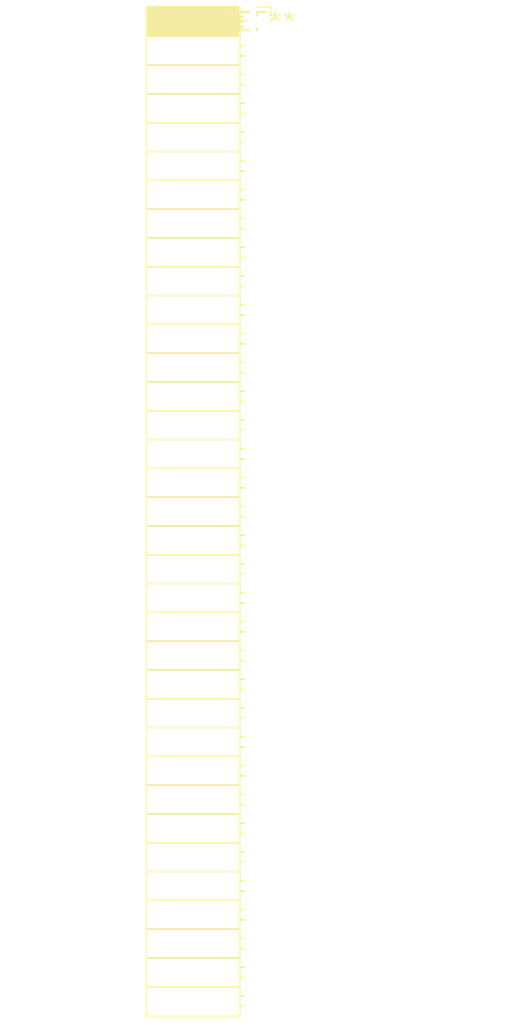
<source format=kicad_pcb>
(kicad_pcb (version 20240108) (generator pcbnew)
  (layers (0 "F.Cu" signal) (31 "B.Cu" signal) (34 "B.Paste" user) (35 "F.Paste" user) (36 "B.SilkS" user "B.Silkscreen") (37 "F.SilkS" user "F.Silkscreen") (38 "B.Mask" user) (39 "F.Mask" user) (44 "Edge.Cuts" user))
  (net 0 "")
  (footprint "PinSocket_1x35_P2.00mm_Horizontal" (layer "F.Cu") (at 0 0)
    (property "Reference" "REF**")
    (property "Value" "PinSocket_1x35_P2.00mm_Horizontal")
    (fp_line (start -7.68 -1.06) (end -7.68 69.06) (layer "F.SilkS") (stroke (width 0.12)))
    (fp_line (start -7.68 -1.06) (end -1.21 -1.06) (layer "F.SilkS") (stroke (width 0.12)))
    (fp_line (start -7.68 -0.94) (end -1.21 -0.94) (layer "F.SilkS") (stroke (width 0.12)))
    (fp_line (start -7.68 -0.825882) (end -1.21 -0.825882) (layer "F.SilkS") (stroke (width 0.12)))
    (fp_line (start -7.68 -0.711764) (end -1.21 -0.711764) (layer "F.SilkS") (stroke (width 0.12)))
    (fp_line (start -7.68 -0.597646) (end -1.21 -0.597646) (layer "F.SilkS") (stroke (width 0.12)))
    (fp_line (start -7.68 -0.483528) (end -1.21 -0.483528) (layer "F.SilkS") (stroke (width 0.12)))
    (fp_line (start -7.68 -0.36941) (end -1.21 -0.36941) (layer "F.SilkS") (stroke (width 0.12)))
    (fp_line (start -7.68 -0.255292) (end -1.21 -0.255292) (layer "F.SilkS") (stroke (width 0.12)))
    (fp_line (start -7.68 -0.141174) (end -1.21 -0.141174) (layer "F.SilkS") (stroke (width 0.12)))
    (fp_line (start -7.68 -0.027056) (end -1.21 -0.027056) (layer "F.SilkS") (stroke (width 0.12)))
    (fp_line (start -7.68 0.087062) (end -1.21 0.087062) (layer "F.SilkS") (stroke (width 0.12)))
    (fp_line (start -7.68 0.20118) (end -1.21 0.20118) (layer "F.SilkS") (stroke (width 0.12)))
    (fp_line (start -7.68 0.315298) (end -1.21 0.315298) (layer "F.SilkS") (stroke (width 0.12)))
    (fp_line (start -7.68 0.429416) (end -1.21 0.429416) (layer "F.SilkS") (stroke (width 0.12)))
    (fp_line (start -7.68 0.543534) (end -1.21 0.543534) (layer "F.SilkS") (stroke (width 0.12)))
    (fp_line (start -7.68 0.657652) (end -1.21 0.657652) (layer "F.SilkS") (stroke (width 0.12)))
    (fp_line (start -7.68 0.77177) (end -1.21 0.77177) (layer "F.SilkS") (stroke (width 0.12)))
    (fp_line (start -7.68 0.885888) (end -1.21 0.885888) (layer "F.SilkS") (stroke (width 0.12)))
    (fp_line (start -7.68 1) (end -1.21 1) (layer "F.SilkS") (stroke (width 0.12)))
    (fp_line (start -7.68 3) (end -1.21 3) (layer "F.SilkS") (stroke (width 0.12)))
    (fp_line (start -7.68 5) (end -1.21 5) (layer "F.SilkS") (stroke (width 0.12)))
    (fp_line (start -7.68 7) (end -1.21 7) (layer "F.SilkS") (stroke (width 0.12)))
    (fp_line (start -7.68 9) (end -1.21 9) (layer "F.SilkS") (stroke (width 0.12)))
    (fp_line (start -7.68 11) (end -1.21 11) (layer "F.SilkS") (stroke (width 0.12)))
    (fp_line (start -7.68 13) (end -1.21 13) (layer "F.SilkS") (stroke (width 0.12)))
    (fp_line (start -7.68 15) (end -1.21 15) (layer "F.SilkS") (stroke (width 0.12)))
    (fp_line (start -7.68 17) (end -1.21 17) (layer "F.SilkS") (stroke (width 0.12)))
    (fp_line (start -7.68 19) (end -1.21 19) (layer "F.SilkS") (stroke (width 0.12)))
    (fp_line (start -7.68 21) (end -1.21 21) (layer "F.SilkS") (stroke (width 0.12)))
    (fp_line (start -7.68 23) (end -1.21 23) (layer "F.SilkS") (stroke (width 0.12)))
    (fp_line (start -7.68 25) (end -1.21 25) (layer "F.SilkS") (stroke (width 0.12)))
    (fp_line (start -7.68 27) (end -1.21 27) (layer "F.SilkS") (stroke (width 0.12)))
    (fp_line (start -7.68 29) (end -1.21 29) (layer "F.SilkS") (stroke (width 0.12)))
    (fp_line (start -7.68 31) (end -1.21 31) (layer "F.SilkS") (stroke (width 0.12)))
    (fp_line (start -7.68 33) (end -1.21 33) (layer "F.SilkS") (stroke (width 0.12)))
    (fp_line (start -7.68 35) (end -1.21 35) (layer "F.SilkS") (stroke (width 0.12)))
    (fp_line (start -7.68 37) (end -1.21 37) (layer "F.SilkS") (stroke (width 0.12)))
    (fp_line (start -7.68 39) (end -1.21 39) (layer "F.SilkS") (stroke (width 0.12)))
    (fp_line (start -7.68 41) (end -1.21 41) (layer "F.SilkS") (stroke (width 0.12)))
    (fp_line (start -7.68 43) (end -1.21 43) (layer "F.SilkS") (stroke (width 0.12)))
    (fp_line (start -7.68 45) (end -1.21 45) (layer "F.SilkS") (stroke (width 0.12)))
    (fp_line (start -7.68 47) (end -1.21 47) (layer "F.SilkS") (stroke (width 0.12)))
    (fp_line (start -7.68 49) (end -1.21 49) (layer "F.SilkS") (stroke (width 0.12)))
    (fp_line (start -7.68 51) (end -1.21 51) (layer "F.SilkS") (stroke (width 0.12)))
    (fp_line (start -7.68 53) (end -1.21 53) (layer "F.SilkS") (stroke (width 0.12)))
    (fp_line (start -7.68 55) (end -1.21 55) (layer "F.SilkS") (stroke (width 0.12)))
    (fp_line (start -7.68 57) (end -1.21 57) (layer "F.SilkS") (stroke (width 0.12)))
    (fp_line (start -7.68 59) (end -1.21 59) (layer "F.SilkS") (stroke (width 0.12)))
    (fp_line (start -7.68 61) (end -1.21 61) (layer "F.SilkS") (stroke (width 0.12)))
    (fp_line (start -7.68 63) (end -1.21 63) (layer "F.SilkS") (stroke (width 0.12)))
    (fp_line (start -7.68 65) (end -1.21 65) (layer "F.SilkS") (stroke (width 0.12)))
    (fp_line (start -7.68 67) (end -1.21 67) (layer "F.SilkS") (stroke (width 0.12)))
    (fp_line (start -7.68 69.06) (end -1.21 69.06) (layer "F.SilkS") (stroke (width 0.12)))
    (fp_line (start -1.21 -1.06) (end -1.21 69.06) (layer "F.SilkS") (stroke (width 0.12)))
    (fp_line (start -1.21 -0.36) (end -0.935 -0.36) (layer "F.SilkS") (stroke (width 0.12)))
    (fp_line (start -1.21 0.36) (end -0.935 0.36) (layer "F.SilkS") (stroke (width 0.12)))
    (fp_line (start -1.21 1.64) (end -0.862917 1.64) (layer "F.SilkS") (stroke (width 0.12)))
    (fp_line (start -1.21 2.36) (end -0.862917 2.36) (layer "F.SilkS") (stroke (width 0.12)))
    (fp_line (start -1.21 3.64) (end -0.862917 3.64) (layer "F.SilkS") (stroke (width 0.12)))
    (fp_line (start -1.21 4.36) (end -0.862917 4.36) (layer "F.SilkS") (stroke (width 0.12)))
    (fp_line (start -1.21 5.64) (end -0.862917 5.64) (layer "F.SilkS") (stroke (width 0.12)))
    (fp_line (start -1.21 6.36) (end -0.862917 6.36) (layer "F.SilkS") (stroke (width 0.12)))
    (fp_line (start -1.21 7.64) (end -0.862917 7.64) (layer "F.SilkS") (stroke (width 0.12)))
    (fp_line (start -1.21 8.36) (end -0.862917 8.36) (layer "F.SilkS") (stroke (width 0.12)))
    (fp_line (start -1.21 9.64) (end -0.862917 9.64) (layer "F.SilkS") (stroke (width 0.12)))
    (fp_line (start -1.21 10.36) (end -0.862917 10.36) (layer "F.SilkS") (stroke (width 0.12)))
    (fp_line (start -1.21 11.64) (end -0.862917 11.64) (layer "F.SilkS") (stroke (width 0.12)))
    (fp_line (start -1.21 12.36) (end -0.862917 12.36) (layer "F.SilkS") (stroke (width 0.12)))
    (fp_line (start -1.21 13.64) (end -0.862917 13.64) (layer "F.SilkS") (stroke (width 0.12)))
    (fp_line (start -1.21 14.36) (end -0.862917 14.36) (layer "F.SilkS") (stroke (width 0.12)))
    (fp_line (start -1.21 15.64) (end -0.862917 15.64) (layer "F.SilkS") (stroke (width 0.12)))
    (fp_line (start -1.21 16.36) (end -0.862917 16.36) (layer "F.SilkS") (stroke (width 0.12)))
    (fp_line (start -1.21 17.64) (end -0.862917 17.64) (layer "F.SilkS") (stroke (width 0.12)))
    (fp_line (start -1.21 18.36) (end -0.862917 18.36) (layer "F.SilkS") (stroke (width 0.12)))
    (fp_line (start -1.21 19.64) (end -0.862917 19.64) (layer "F.SilkS") (stroke (width 0.12)))
    (fp_line (start -1.21 20.36) (end -0.862917 20.36) (layer "F.SilkS") (stroke (width 0.12)))
    (fp_line (start -1.21 21.64) (end -0.862917 21.64) (layer "F.SilkS") (stroke (width 0.12)))
    (fp_line (start -1.21 22.36) (end -0.862917 22.36) (layer "F.SilkS") (stroke (width 0.12)))
    (fp_line (start -1.21 23.64) (end -0.862917 23.64) (layer "F.SilkS") (stroke (width 0.12)))
    (fp_line (start -1.21 24.36) (end -0.862917 24.36) (layer "F.SilkS") (stroke (width 0.12)))
    (fp_line (start -1.21 25.64) (end -0.862917 25.64) (layer "F.SilkS") (stroke (width 0.12)))
    (fp_line (start -1.21 26.36) (end -0.862917 26.36) (layer "F.SilkS") (stroke (width 0.12)))
    (fp_line (start -1.21 27.64) (end -0.862917 27.64) (layer "F.SilkS") (stroke (width 0.12)))
    (fp_line (start -1.21 28.36) (end -0.862917 28.36) (layer "F.SilkS") (stroke (width 0.12)))
    (fp_line (start -1.21 29.64) (end -0.862917 29.64) (layer "F.SilkS") (stroke (width 0.12)))
    (fp_line (start -1.21 30.36) (end -0.862917 30.36) (layer "F.SilkS") (stroke (width 0.12)))
    (fp_line (start -1.21 31.64) (end -0.862917 31.64) (layer "F.SilkS") (stroke (width 0.12)))
    (fp_line (start -1.21 32.36) (end -0.862917 32.36) (layer "F.SilkS") (stroke (width 0.12)))
    (fp_line (start -1.21 33.64) (end -0.862917 33.64) (layer "F.SilkS") (stroke (width 0.12)))
    (fp_line (start -1.21 34.36) (end -0.862917 34.36) (layer "F.SilkS") (stroke (width 0.12)))
    (fp_line (start -1.21 35.64) (end -0.862917 35.64) (layer "F.SilkS") (stroke (width 0.12)))
    (fp_line (start -1.21 36.36) (end -0.862917 36.36) (layer "F.SilkS") (stroke (width 0.12)))
    (fp_line (start -1.21 37.64) (end -0.862917 37.64) (layer "F.SilkS") (stroke (width 0.12)))
    (fp_line (start -1.21 38.36) (end -0.862917 38.36) (layer "F.SilkS") (stroke (width 0.12)))
    (fp_line (start -1.21 39.64) (end -0.862917 39.64) (layer "F.SilkS") (stroke (width 0.12)))
    (fp_line (start -1.21 40.36) (end -0.862917 40.36) (layer "F.SilkS") (stroke (width 0.12)))
    (fp_line (start -1.21 41.64) (end -0.862917 41.64) (layer "F.SilkS") (stroke (width 0.12)))
    (fp_line (start -1.21 42.36) (end -0.862917 42.36) (layer "F.SilkS") (stroke (width 0.12)))
    (fp_line (start -1.21 43.64) (end -0.862917 43.64) (layer "F.SilkS") (stroke (width 0.12)))
    (fp_line (start -1.21 44.36) (end -0.862917 44.36) (layer "F.SilkS") (stroke (width 0.12)))
    (fp_line (start -1.21 45.64) (end -0.862917 45.64) (layer "F.SilkS") (stroke (width 0.12)))
    (fp_line (start -1.21 46.36) (end -0.862917 46.36) (layer "F.SilkS") (stroke (width 0.12)))
    (fp_line (start -1.21 47.64) (end -0.862917 47.64) (layer "F.SilkS") (stroke (width 0.12)))
    (fp_line (start -1.21 48.36) (end -0.862917 48.36) (layer "F.SilkS") (stroke (width 0.12)))
    (fp_line (start -1.21 49.64) (end -0.862917 49.64) (layer "F.SilkS") (stroke (width 0.12)))
    (fp_line (start -1.21 50.36) (end -0.862917 50.36) (layer "F.SilkS") (stroke (width 0.12)))
    (fp_line (start -1.21 51.64) (end -0.862917 51.64) (layer "F.SilkS") (stroke (width 0.12)))
    (fp_line (start -1.21 52.36) (end -0.862917 52.36) (layer "F.SilkS") (stroke (width 0.12)))
    (fp_line (start -1.21 53.64) (end -0.862917 53.64) (layer "F.SilkS") (stroke (width 0.12)))
    (fp_line (start -1.21 54.36) (end -0.862917 54.36) (layer "F.SilkS") (stroke (width 0.12)))
    (fp_line (start -1.21 55.64) (end -0.862917 55.64) (layer "F.SilkS") (stroke (width 0.12)))
    (fp_line (start -1.21 56.36) (end -0.862917 56.36) (layer "F.SilkS") (stroke (width 0.12)))
    (fp_line (start -1.21 57.64) (end -0.862917 57.64) (layer "F.SilkS") (stroke (width 0.12)))
    (fp_line (start -1.21 58.36) (end -0.862917 58.36) (layer "F.SilkS") (stroke (width 0.12)))
    (fp_line (start -1.21 59.64) (end -0.862917 59.64) (layer "F.SilkS") (stroke (width 0.12)))
    (fp_line (start -1.21 60.36) (end -0.862917 60.36) (layer "F.SilkS") (stroke (width 0.12)))
    (fp_line (start -1.21 61.64) (end -0.862917 61.64) (layer "F.SilkS") (stroke (width 0.12)))
    (fp_line (start -1.21 62.36) (end -0.862917 62.36) (layer "F.SilkS") (stroke (width 0.12)))
    (fp_line (start -1.21 63.64) (end -0.862917 63.64) (layer "F.SilkS") (stroke (width 0.12)))
    (fp_line (start -1.21 64.36) (end -0.862917 64.36) (layer "F.SilkS") (stroke (width 0.12)))
    (fp_line (start -1.21 65.64) (end -0.862917 65.64) (layer "F.SilkS") (stroke (width 0.12)))
    (fp_line (start -1.21 66.36) (end -0.862917 66.36) (layer "F.SilkS") (stroke (width 0.12)))
    (fp_line (start -1.21 67.64) (end -0.862917 67.64) (layer "F.SilkS") (stroke (width 0.12)))
    (fp_line (start -1.21 68.36) (end -0.862917 68.36) (layer "F.SilkS") (stroke (width 0.12)))
    (fp_line (start 0 -1.06) (end 0.935 -1.06) (layer "F.SilkS") (stroke (width 0.12)))
    (fp_line (start 0.935 -1.06) (end 0.935 0) (layer "F.SilkS") (stroke (width 0.12)))
    (pad "1" thru_hole rect (at 0 0) (size 1.35 1.35) (drill 0.8) (layers *.Cu *.Mask) (remove_unused_layers))
    (pad "2" thru_hole oval (at 0 2) (size 1.35 1.35) (drill 0.8) (layers *.Cu *.Mask) (remove_unused_layers))
    (pad "3" thru_hole oval (at 0 4) (size 1.35 1.35) (drill 0.8) (layers *.Cu *.Mask) (remove_unused_layers))
    (pad "4" thru_hole oval (at 0 6) (size 1.35 1.35) (drill 0.8) (layers *.Cu *.Mask) (remove_unused_layers))
    (pad "5" thru_hole oval (at 0 8) (size 1.35 1.35) (drill 0.8) (layers *.Cu *.Mask) (remove_unused_layers))
    (pad "6" thru_hole oval (at 0 10) (size 1.35 1.35) (drill 0.8) (layers *.Cu *.Mask) (remove_unused_layers))
    (pad "7" thru_hole oval (at 0 12) (size 1.35 1.35) (drill 0.8) (layers *.Cu *.Mask) (remove_unused_layers))
    (pad "8" thru_hole oval (at 0 14) (size 1.35 1.35) (drill 0.8) (layers *.Cu *.Mask) (remove_unused_layers))
    (pad "9" thru_hole oval (at 0 16) (size 1.35 1.35) (drill 0.8) (layers *.Cu *.Mask) (remove_unused_layers))
    (pad "10" thru_hole oval (at 0 18) (size 1.35 1.35) (drill 0.8) (layers *.Cu *.Mask) (remove_unused_layers))
    (pad "11" thru_hole oval (at 0 20) (size 1.35 1.35) (drill 0.8) (layers *.Cu *.Mask) (remove_unused_layers))
    (pad "12" thru_hole oval (at 0 22) (size 1.35 1.35) (drill 0.8) (layers *.Cu *.Mask) (remove_unused_layers))
    (pad "13" thru_hole oval (at 0 24) (size 1.35 1.35) (drill 0.8) (layers *.Cu *.Mask) (remove_unused_layers))
    (pad "14" thru_hole oval (at 0 26) (size 1.35 1.35) (drill 0.8) (layers *.Cu *.Mask) (remove_unused_layers))
    (pad "15" thru_hole oval (at 0 28) (size 1.35 1.35) (drill 0.8) (layers *.Cu *.Mask) (remove_unused_layers))
    (pad "16" thru_hole oval (at 0 30) (size 1.35 1.35) (drill 0.8) (layers *.Cu *.Mask) (remove_unused_layers))
    (pad "17" thru_hole oval (at 0 32) (size 1.35 1.35) (drill 0.8) (layers *.Cu *.Mask) (remove_unused_layers))
    (pad "18" thru_hole oval (at 0 34) (size 1.35 1.35) (drill 0.8) (layers *.Cu *.Mask) (remove_unused_layers))
    (pad "19" thru_hole oval (at 0 36) (size 1.35 1.35) (drill 0.8) (layers *.Cu *.Mask) (remove_unused_layers))
    (pad "20" thru_hole oval (at 0 38) (size 1.35 1.35) (drill 0.8) (layers *.Cu *.Mask) (remove_unused_layers))
    (pad "21" thru_hole oval (at 0 40) (size 1.35 1.35) (drill 0.8) (layers *.Cu *.Mask) (remove_unused_layers))
    (pad "22" thru_hole oval (at 0 42) (size 1.35 1.35) (drill 0.8) (layers *.Cu *.Mask) (remove_unused_layers))
    (pad "23" thru_hole oval (at 0 44) (size 1.35 1.35) (drill 0.8) (layers *.Cu *.Mask) (remove_unused_layers))
    (pad "24" thru_hole oval (at 0 46) (size 1.35 1.35) (drill 0.8) (layers *.Cu *.Mask) (remove_unused_layers))
    (pad "25" thru_hole oval (at 0 48) (size 1.35 1.35) (drill 0.8) (layers *.Cu *.Mask) (remove_unused_layers))
    (pad "26" thru_hole oval (at 0 50) (size 1.35 1.35) (drill 0.8) (layers *.Cu *.Mask) (remove_unused_layers))
    (pad "27" thru_hole oval (at 0 52) (size 1.35 1.35) (drill 0.8) (layers *.Cu *.Mask) (remove_unused_layers))
    (pad "28" thru_hole oval (at 0 54) (size 1.35 1.35) (drill 0.8) (layers *.Cu *.Mask) (remove_unused_layers))
    (pad "29" thru_hole oval (at 0 56) (size 1.35 1.35) (drill 0.8) (layers *.Cu *.Mask) (remove_unused_layers))
    (pad "30" thru_hole oval (at 0 58) (size 1.35 1.35) (drill 0.8) (layers *.Cu *.Mask) (remove_unused_layers))
    (pad "31" thru_hole oval (at 0 60) (size 1.35 1.35) (drill 0.8) (layers *.Cu *.Mask) (remove_unused_layers))
    (pad "32" thru_hole oval (at 0 62) (size 1.35 1.35) (drill 0.8) (layers *.Cu *.Mask) (remove_unused_layers))
    (pad "33" thru_hole oval (at 0 64) (size 1.35 1.35) (drill 0.8) (layers *.Cu *.Mask) (remove_unused_layers))
    (pad "34" thru_hole oval (at 0 66) (size 1.35 1.35) (drill 0.8) (layers *.Cu *.Mask) (remove_unused_layers))
    (pad "35" thru_hole oval (at 0 68) (size 1.35 1.35) (drill 0.8) (layers *.Cu *.Mask) (remove_unused_layers))
  )
)
</source>
